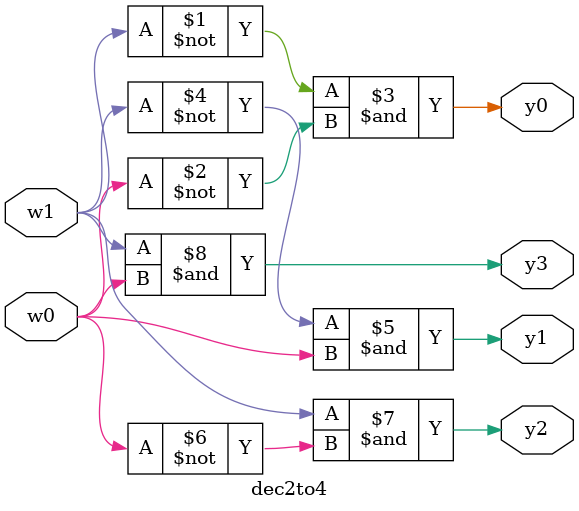
<source format=v>

module dec2to4(
  input w1, w0,
  output y3, y2, y1, y0);
  assign y0 = ~w1 & ~w0;
  assign y1 = ~w1 &  w0;
  assign y2 =  w1 & ~w0;
  assign y3 =  w1 &  w0;
endmodule

</source>
